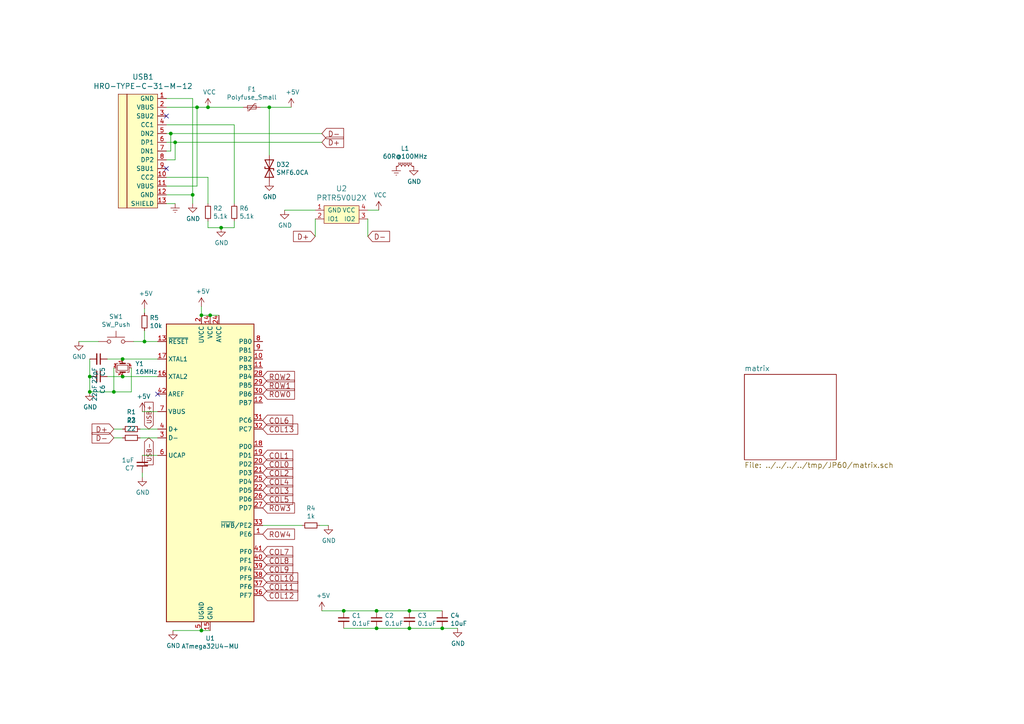
<source format=kicad_sch>
(kicad_sch (version 20230121) (generator eeschema)
  (paper "A4")
  (lib_symbols
    (symbol "Device:C_Small" (pin_numbers hide) (pin_names (offset 0.254) hide)
      (property "Reference" "C" (at 0.254 1.778 0))
      (property "Value" "C_Small" (at 0.254 -2.032 0))
      (symbol "C_Small_0_1"
        (polyline (pts (xy -1.524 -0.508) (xy 1.524 -0.508)) (stroke (width 0.3302)))
        (polyline (pts (xy -1.524 0.508) (xy 1.524 0.508)) (stroke (width 0.3048)))
      )
      (symbol "C_Small_1_1"
        (pin passive line (at 0 2.54 270) (length 2.032) (name "~") (number "1"))
        (pin passive line (at 0 -2.54 90) (length 2.032) (name "~") (number "2"))
      )
    )
    (symbol "Device:Crystal_GND24_Small" (pin_names (offset 1.016) hide)
      (property "Reference" "Y" (at 1.27 4.445 0))
      (property "Value" "Crystal_GND24_Small" (at 1.27 2.54 0))
      (symbol "Crystal_GND24_Small_0_1"
        (rectangle (start -0.762 -1.524) (end 0.762 1.524))
        (polyline (pts (xy -1.27 -0.762) (xy -1.27 0.762)) (stroke (width 0.381)))
        (polyline (pts (xy 1.27 -0.762) (xy 1.27 0.762)) (stroke (width 0.381)))
        (polyline (pts (xy -1.27 -1.27) (xy -1.27 -1.905) (xy 1.27 -1.905) (xy 1.27 -1.27)))
        (polyline (pts (xy -1.27 1.27) (xy -1.27 1.905) (xy 1.27 1.905) (xy 1.27 1.27)))
      )
      (symbol "Crystal_GND24_Small_1_1"
        (pin passive line (at -2.54 0 0) (length 1.27) (name "1") (number "1"))
        (pin passive line (at 0 -2.54 90) (length 0.635) (name "2") (number "2"))
        (pin passive line (at 2.54 0 180) (length 1.27) (name "3") (number "3"))
        (pin passive line (at 0 2.54 270) (length 0.635) (name "4") (number "4"))
      )
    )
    (symbol "Device:D_TVS" (pin_numbers hide) (pin_names (offset 1.016) hide)
      (property "Reference" "D" (at 0 2.54 0))
      (property "Value" "D_TVS" (at 0 -2.54 0))
      (symbol "D_TVS_0_1"
        (polyline (pts (xy 1.27 0) (xy -1.27 0)))
        (polyline (pts (xy 0.508 1.27) (xy 0 1.27) (xy 0 -1.27) (xy -0.508 -1.27)) (stroke (width 0.254)))
        (polyline (pts (xy -2.54 1.27) (xy -2.54 -1.27) (xy 2.54 1.27) (xy 2.54 -1.27) (xy -2.54 1.27)) (stroke (width 0.254)))
      )
      (symbol "D_TVS_1_1"
        (pin passive line (at -3.81 0 0) (length 2.54) (name "A1") (number "1"))
        (pin passive line (at 3.81 0 180) (length 2.54) (name "A2") (number "2"))
      )
    )
    (symbol "Device:Polyfuse_Small" (pin_numbers hide) (pin_names (offset 0))
      (property "Reference" "F" (at -1.905 0 90))
      (property "Value" "Polyfuse_Small" (at 1.905 0 90))
      (symbol "Polyfuse_Small_0_1"
        (rectangle (start -0.508 1.27) (end 0.508 -1.27))
        (polyline (pts (xy 0 2.54) (xy 0 -2.54)))
        (polyline (pts (xy -1.016 1.27) (xy -1.016 0.762) (xy 1.016 -0.762) (xy 1.016 -1.27)))
      )
      (symbol "Polyfuse_Small_1_1"
        (pin passive line (at 0 2.54 270) (length 0.635) (name "~") (number "1"))
        (pin passive line (at 0 -2.54 90) (length 0.635) (name "~") (number "2"))
      )
    )
    (symbol "Device:R_Small" (pin_numbers hide) (pin_names (offset 0.254) hide)
      (property "Reference" "R" (at 0.762 0.508 0))
      (property "Value" "R_Small" (at 0.762 -1.016 0))
      (symbol "R_Small_0_1"
        (rectangle (start -0.762 1.778) (end 0.762 -1.778) (stroke (width 0.2032)))
      )
      (symbol "R_Small_1_1"
        (pin passive line (at 0 2.54 270) (length 0.762) (name "~") (number "1"))
        (pin passive line (at 0 -2.54 90) (length 0.762) (name "~") (number "2"))
      )
    )
    (symbol "JP60-rescue:ATmega32U4-MU-MCU_Microchip_ATmega"
      (property "Reference" "U" (at -12.7 44.45 0))
      (property "Value" "MCU_Microchip_ATmega_ATmega32U4-MU" (at 2.54 -44.45 0))
      (symbol "ATmega32U4-MU-MCU_Microchip_ATmega_0_1"
        (rectangle (start -12.7 -43.18) (end 12.7 43.18) (stroke (width 0.254)) (fill (type background)))
      )
      (symbol "ATmega32U4-MU-MCU_Microchip_ATmega_1_1"
        (pin tri_state line (at 15.24 -17.78 180) (length 2.54) (name "PE6") (number "1"))
        (pin tri_state line (at 15.24 33.02 180) (length 2.54) (name "PB2") (number "10"))
        (pin tri_state line (at 15.24 30.48 180) (length 2.54) (name "PB3") (number "11"))
        (pin tri_state line (at 15.24 20.32 180) (length 2.54) (name "PB7") (number "12"))
        (pin input line (at -15.24 38.1 0) (length 2.54) (name "~{RESET}") (number "13"))
        (pin power_in line (at 0 45.72 270) (length 2.54) (name "VCC") (number "14"))
        (pin power_in line (at 0 -45.72 90) (length 2.54) (name "GND") (number "15"))
        (pin output line (at -15.24 27.94 0) (length 2.54) (name "XTAL2") (number "16"))
        (pin input line (at -15.24 33.02 0) (length 2.54) (name "XTAL1") (number "17"))
        (pin tri_state line (at 15.24 7.62 180) (length 2.54) (name "PD0") (number "18"))
        (pin tri_state line (at 15.24 5.08 180) (length 2.54) (name "PD1") (number "19"))
        (pin power_in line (at -2.54 45.72 270) (length 2.54) (name "UVCC") (number "2"))
        (pin tri_state line (at 15.24 2.54 180) (length 2.54) (name "PD2") (number "20"))
        (pin tri_state line (at 15.24 0 180) (length 2.54) (name "PD3") (number "21"))
        (pin tri_state line (at 15.24 -5.08 180) (length 2.54) (name "PD5") (number "22"))
        (pin passive line (at 0 -45.72 90) (length 2.54) hide (name "GND") (number "23"))
        (pin power_in line (at 2.54 45.72 270) (length 2.54) (name "AVCC") (number "24"))
        (pin tri_state line (at 15.24 -2.54 180) (length 2.54) (name "PD4") (number "25"))
        (pin tri_state line (at 15.24 -7.62 180) (length 2.54) (name "PD6") (number "26"))
        (pin tri_state line (at 15.24 -10.16 180) (length 2.54) (name "PD7") (number "27"))
        (pin tri_state line (at 15.24 27.94 180) (length 2.54) (name "PB4") (number "28"))
        (pin tri_state line (at 15.24 25.4 180) (length 2.54) (name "PB5") (number "29"))
        (pin bidirectional line (at -15.24 10.16 0) (length 2.54) (name "D-") (number "3"))
        (pin tri_state line (at 15.24 22.86 180) (length 2.54) (name "PB6") (number "30"))
        (pin tri_state line (at 15.24 15.24 180) (length 2.54) (name "PC6") (number "31"))
        (pin tri_state line (at 15.24 12.7 180) (length 2.54) (name "PC7") (number "32"))
        (pin tri_state line (at 15.24 -15.24 180) (length 2.54) (name "~{HWB}/PE2") (number "33"))
        (pin passive line (at 0 45.72 270) (length 2.54) hide (name "VCC") (number "34"))
        (pin passive line (at 0 -45.72 90) (length 2.54) hide (name "GND") (number "35"))
        (pin tri_state line (at 15.24 -35.56 180) (length 2.54) (name "PF7") (number "36"))
        (pin tri_state line (at 15.24 -33.02 180) (length 2.54) (name "PF6") (number "37"))
        (pin tri_state line (at 15.24 -30.48 180) (length 2.54) (name "PF5") (number "38"))
        (pin tri_state line (at 15.24 -27.94 180) (length 2.54) (name "PF4") (number "39"))
        (pin bidirectional line (at -15.24 12.7 0) (length 2.54) (name "D+") (number "4"))
        (pin tri_state line (at 15.24 -25.4 180) (length 2.54) (name "PF1") (number "40"))
        (pin tri_state line (at 15.24 -22.86 180) (length 2.54) (name "PF0") (number "41"))
        (pin passive line (at -15.24 22.86 0) (length 2.54) (name "AREF") (number "42"))
        (pin passive line (at 0 -45.72 90) (length 2.54) hide (name "GND") (number "43"))
        (pin passive line (at 2.54 45.72 270) (length 2.54) hide (name "AVCC") (number "44"))
        (pin passive line (at 0 -45.72 90) (length 2.54) hide (name "GND") (number "45"))
        (pin passive line (at -2.54 -45.72 90) (length 2.54) (name "UGND") (number "5"))
        (pin passive line (at -15.24 5.08 0) (length 2.54) (name "UCAP") (number "6"))
        (pin input line (at -15.24 17.78 0) (length 2.54) (name "VBUS") (number "7"))
        (pin tri_state line (at 15.24 38.1 180) (length 2.54) (name "PB0") (number "8"))
        (pin tri_state line (at 15.24 35.56 180) (length 2.54) (name "PB1") (number "9"))
      )
    )
    (symbol "JP60-rescue:HRO-TYPE-C-31-M-12-Type-C" (pin_names (offset 1.016))
      (property "Reference" "USB" (at -5.08 16.51 0))
      (property "Value" "Type-C_HRO-TYPE-C-31-M-12" (at -10.16 -1.27 90))
      (symbol "HRO-TYPE-C-31-M-12-Type-C_0_1"
        (rectangle (start -11.43 15.24) (end -8.89 -17.78) (fill (type background)))
        (rectangle (start 0 -17.78) (end -8.89 15.24) (fill (type background)))
      )
      (symbol "HRO-TYPE-C-31-M-12-Type-C_1_1"
        (pin input line (at 2.54 13.97 180) (length 2.54) (name "GND") (number "1"))
        (pin input line (at 2.54 -8.89 180) (length 2.54) (name "CC2") (number "10"))
        (pin input line (at 2.54 -11.43 180) (length 2.54) (name "VBUS") (number "11"))
        (pin input line (at 2.54 -13.97 180) (length 2.54) (name "GND") (number "12"))
        (pin input line (at 2.54 -16.51 180) (length 2.54) (name "SHIELD") (number "13"))
        (pin input line (at 2.54 11.43 180) (length 2.54) (name "VBUS") (number "2"))
        (pin input line (at 2.54 8.89 180) (length 2.54) (name "SBU2") (number "3"))
        (pin input line (at 2.54 6.35 180) (length 2.54) (name "CC1") (number "4"))
        (pin input line (at 2.54 3.81 180) (length 2.54) (name "DN2") (number "5"))
        (pin input line (at 2.54 1.27 180) (length 2.54) (name "DP1") (number "6"))
        (pin input line (at 2.54 -1.27 180) (length 2.54) (name "DN1") (number "7"))
        (pin input line (at 2.54 -3.81 180) (length 2.54) (name "DP2") (number "8"))
        (pin input line (at 2.54 -6.35 180) (length 2.54) (name "SBU1") (number "9"))
      )
    )
    (symbol "JP60-rescue:L_Core_Ferrite_Small-Device" (pin_numbers hide) (pin_names (offset 0.254) hide)
      (property "Reference" "L" (at 1.27 1.016 0))
      (property "Value" "Device_L_Core_Ferrite_Small" (at 1.27 -1.27 0))
      (symbol "L_Core_Ferrite_Small-Device_0_1"
        (arc (start 0 -2.032) (mid 0.5058 -1.524) (end 0 -1.016))
        (arc (start 0 -1.016) (mid 0.5058 -0.508) (end 0 0))
        (polyline (pts (xy 0.762 -1.905) (xy 0.762 -1.651)))
        (polyline (pts (xy 0.762 -1.397) (xy 0.762 -1.143)))
        (polyline (pts (xy 0.762 -0.889) (xy 0.762 -0.635)))
        (polyline (pts (xy 0.762 -0.381) (xy 0.762 -0.127)))
        (polyline (pts (xy 0.762 0.127) (xy 0.762 0.381)))
        (polyline (pts (xy 0.762 0.635) (xy 0.762 0.889)))
        (polyline (pts (xy 0.762 1.143) (xy 0.762 1.397)))
        (polyline (pts (xy 0.762 1.651) (xy 0.762 1.905)))
        (polyline (pts (xy 1.016 -1.651) (xy 1.016 -1.905)))
        (polyline (pts (xy 1.016 -1.143) (xy 1.016 -1.397)))
        (polyline (pts (xy 1.016 -0.635) (xy 1.016 -0.889)))
        (polyline (pts (xy 1.016 -0.127) (xy 1.016 -0.381)))
        (polyline (pts (xy 1.016 0.381) (xy 1.016 0.127)))
        (polyline (pts (xy 1.016 0.889) (xy 1.016 0.635)))
        (polyline (pts (xy 1.016 1.397) (xy 1.016 1.143)))
        (polyline (pts (xy 1.016 1.905) (xy 1.016 1.651)))
        (arc (start 0 0) (mid 0.5058 0.508) (end 0 1.016))
        (arc (start 0 1.016) (mid 0.5058 1.524) (end 0 2.032))
      )
      (symbol "L_Core_Ferrite_Small-Device_1_1"
        (pin passive line (at 0 2.54 270) (length 0.508) (name "~") (number "1"))
        (pin passive line (at 0 -2.54 90) (length 0.508) (name "~") (number "2"))
      )
    )
    (symbol "Switch:SW_Push" (pin_numbers hide) (pin_names (offset 1.016) hide)
      (property "Reference" "SW" (at 1.27 2.54 0))
      (property "Value" "SW_Push" (at 0 -1.524 0))
      (symbol "SW_Push_0_1"
        (circle (center -2.032 0) (radius 0.508))
        (polyline (pts (xy 0 1.27) (xy 0 3.048)))
        (polyline (pts (xy 2.54 1.27) (xy -2.54 1.27)))
        (circle (center 2.032 0) (radius 0.508))
        (pin passive line (at -5.08 0 0) (length 2.54) (name "1") (number "1"))
        (pin passive line (at 5.08 0 180) (length 2.54) (name "2") (number "2"))
      )
    )
    (symbol "ai03-locallib:PRTR5V0U2X" (pin_names (offset 1.016))
      (property "Reference" "U" (at 0 3.81 0))
      (property "Value" "PRTR5V0U2X" (at 0 -3.81 0))
      (symbol "PRTR5V0U2X_0_1"
        (rectangle (start -5.08 2.54) (end 5.08 -2.54) (fill (type background)))
      )
      (symbol "PRTR5V0U2X_1_1"
        (pin input line (at -7.62 1.27 0) (length 2.54) (name "GND") (number "1"))
        (pin input line (at -7.62 -1.27 0) (length 2.54) (name "IO1") (number "2"))
        (pin input line (at 7.62 -1.27 180) (length 2.54) (name "IO2") (number "3"))
        (pin input line (at 7.62 1.27 180) (length 2.54) (name "VCC") (number "4"))
      )
    )
    (symbol "power:+5V" (power) (pin_names (offset 0))
      (property "Value" "+5V" (at 0 3.556 0))
      (symbol "+5V_0_1"
        (polyline (pts (xy -0.762 1.27) (xy 0 2.54)))
        (polyline (pts (xy 0 0) (xy 0 2.54)))
        (polyline (pts (xy 0 2.54) (xy 0.762 1.27)))
      )
      (symbol "+5V_1_1"
        (pin power_in line (at 0 0 90) (length 0) hide (name "+5V") (number "1"))
      )
    )
    (symbol "power:Earth" (power) (pin_names (offset 0))
      (symbol "Earth_0_1"
        (polyline (pts (xy -0.635 -1.905) (xy 0.635 -1.905)))
        (polyline (pts (xy -0.127 -2.54) (xy 0.127 -2.54)))
        (polyline (pts (xy 0 -1.27) (xy 0 0)))
        (polyline (pts (xy 1.27 -1.27) (xy -1.27 -1.27)))
      )
      (symbol "Earth_1_1"
        (pin power_in line (at 0 0 270) (length 0) hide (name "Earth") (number "1"))
      )
    )
    (symbol "power:GND" (power) (pin_names (offset 0))
      (property "Value" "GND" (at 0 -3.81 0))
      (symbol "GND_0_1"
        (polyline (pts (xy 0 0) (xy 0 -1.27) (xy 1.27 -1.27) (xy 0 -2.54) (xy -1.27 -1.27) (xy 0 -1.27)))
      )
      (symbol "GND_1_1"
        (pin power_in line (at 0 0 270) (length 0) hide (name "GND") (number "1"))
      )
    )
    (symbol "power:VCC" (power) (pin_names (offset 0))
      (property "Value" "VCC" (at 0 3.81 0))
      (symbol "VCC_0_1"
        (polyline (pts (xy -0.762 1.27) (xy 0 2.54)))
        (polyline (pts (xy 0 0) (xy 0 2.54)))
        (polyline (pts (xy 0 2.54) (xy 0.762 1.27)))
      )
      (symbol "VCC_1_1"
        (pin power_in line (at 0 0 90) (length 0) hide (name "VCC") (number "1"))
      )
    )
  )
  (junction (at 41.91 99.06))
  (junction (at 57.15 31.115))
  (junction (at 49.53 38.735))
  (junction (at 50.8 41.275))
  (junction (at 60.96 91.44))
  (junction (at 35.56 109.22))
  (junction (at 118.745 182.245))
  (junction (at 78.105 31.115))
  (junction (at 118.745 177.165))
  (junction (at 33.02 113.665))
  (junction (at 128.27 182.245))
  (junction (at 99.695 177.165))
  (junction (at 26.035 109.22))
  (junction (at 55.88 56.515))
  (junction (at 60.325 31.115))
  (junction (at 109.22 177.165))
  (junction (at 35.56 104.14))
  (junction (at 26.035 113.665))
  (junction (at 58.42 91.44))
  (junction (at 58.42 182.88))
  (junction (at 64.135 66.04))
  (junction (at 109.22 182.245))
  (no_connect (at 48.26 48.895))
  (no_connect (at 45.72 114.3))
  (no_connect (at 48.26 33.655))
  (wire (pts (xy 63.5 91.44) (xy 60.96 91.44)))
  (wire (pts (xy 35.56 109.22) (xy 45.72 109.22)))
  (wire (pts (xy 55.88 59.055) (xy 55.88 56.515)))
  (wire (pts (xy 38.1 106.68) (xy 38.1 113.665)))
  (wire (pts (xy 50.8 46.355) (xy 50.8 41.275)))
  (wire (pts (xy 49.53 38.735) (xy 49.53 43.815)))
  (wire (pts (xy 33.02 124.46) (xy 35.56 124.46)))
  (wire (pts (xy 26.035 104.14) (xy 26.035 109.22)))
  (wire (pts (xy 87.63 152.4) (xy 76.2 152.4)))
  (wire (pts (xy 106.68 68.58) (xy 106.68 63.5)))
  (wire (pts (xy 41.91 99.06) (xy 45.72 99.06)))
  (wire (pts (xy 57.15 31.115) (xy 60.325 31.115)))
  (wire (pts (xy 58.42 91.44) (xy 60.96 91.44)))
  (wire (pts (xy 57.15 31.115) (xy 57.15 53.975)))
  (wire (pts (xy 50.165 182.88) (xy 58.42 182.88)))
  (wire (pts (xy 45.72 124.46) (xy 40.64 124.46)))
  (wire (pts (xy 75.565 31.115) (xy 78.105 31.115)))
  (wire (pts (xy 49.53 43.815) (xy 48.26 43.815)))
  (wire (pts (xy 50.8 41.275) (xy 48.26 41.275)))
  (wire (pts (xy 58.42 88.9) (xy 58.42 91.44)))
  (wire (pts (xy 48.26 38.735) (xy 49.53 38.735)))
  (wire (pts (xy 128.27 182.245) (xy 132.715 182.245)))
  (wire (pts (xy 48.26 46.355) (xy 50.8 46.355)))
  (wire (pts (xy 22.86 99.06) (xy 28.575 99.06)))
  (wire (pts (xy 109.22 182.245) (xy 118.745 182.245)))
  (wire (pts (xy 82.55 60.96) (xy 91.44 60.96)))
  (wire (pts (xy 26.035 109.22) (xy 26.035 113.665)))
  (wire (pts (xy 35.56 104.14) (xy 31.115 104.14)))
  (wire (pts (xy 45.72 104.14) (xy 35.56 104.14)))
  (wire (pts (xy 93.345 177.165) (xy 99.695 177.165)))
  (wire (pts (xy 95.25 152.4) (xy 92.71 152.4)))
  (wire (pts (xy 64.135 66.04) (xy 67.945 66.04)))
  (wire (pts (xy 33.02 113.665) (xy 33.02 106.68)))
  (wire (pts (xy 41.91 95.885) (xy 41.91 99.06)))
  (wire (pts (xy 60.325 51.435) (xy 48.26 51.435)))
  (wire (pts (xy 41.91 99.06) (xy 38.735 99.06)))
  (wire (pts (xy 50.8 59.055) (xy 48.26 59.055)))
  (wire (pts (xy 109.855 60.96) (xy 106.68 60.96)))
  (wire (pts (xy 99.695 182.245) (xy 109.22 182.245)))
  (wire (pts (xy 41.275 132.08) (xy 45.72 132.08)))
  (wire (pts (xy 67.945 36.195) (xy 48.26 36.195)))
  (wire (pts (xy 118.745 182.245) (xy 128.27 182.245)))
  (wire (pts (xy 78.105 45.085) (xy 78.105 31.115)))
  (wire (pts (xy 50.8 41.275) (xy 93.345 41.275)))
  (wire (pts (xy 40.64 127) (xy 45.72 127)))
  (wire (pts (xy 60.325 66.04) (xy 60.325 64.135)))
  (wire (pts (xy 26.035 113.665) (xy 33.02 113.665)))
  (wire (pts (xy 38.1 113.665) (xy 33.02 113.665)))
  (wire (pts (xy 31.115 109.22) (xy 35.56 109.22)))
  (wire (pts (xy 41.91 89.535) (xy 41.91 90.805)))
  (wire (pts (xy 60.96 182.88) (xy 58.42 182.88)))
  (wire (pts (xy 57.15 53.975) (xy 48.26 53.975)))
  (wire (pts (xy 60.325 59.055) (xy 60.325 51.435)))
  (wire (pts (xy 109.22 177.165) (xy 118.745 177.165)))
  (wire (pts (xy 99.695 177.165) (xy 109.22 177.165)))
  (wire (pts (xy 48.26 28.575) (xy 55.88 28.575)))
  (wire (pts (xy 55.88 28.575) (xy 55.88 56.515)))
  (wire (pts (xy 118.745 177.165) (xy 128.27 177.165)))
  (wire (pts (xy 78.105 31.115) (xy 84.455 31.115)))
  (wire (pts (xy 67.945 59.055) (xy 67.945 36.195)))
  (wire (pts (xy 33.02 127) (xy 35.56 127)))
  (wire (pts (xy 64.135 66.04) (xy 60.325 66.04)))
  (wire (pts (xy 48.26 31.115) (xy 57.15 31.115)))
  (wire (pts (xy 49.53 38.735) (xy 93.345 38.735)))
  (wire (pts (xy 41.275 138.43) (xy 41.275 137.16)))
  (wire (pts (xy 41.275 119.38) (xy 45.72 119.38)))
  (wire (pts (xy 60.325 31.115) (xy 70.485 31.115)))
  (wire (pts (xy 55.88 56.515) (xy 48.26 56.515)))
  (wire (pts (xy 91.44 68.58) (xy 91.44 63.5)))
  (wire (pts (xy 67.945 66.04) (xy 67.945 64.135)))
  (global_label "COL1" (shape input) (at 76.2 132.08 0) (effects (font (size 1.524 1.524))) (property "Intersheetrefs" "${INTERSHEET_REFS}" (effects hide)))
  (global_label "USB-" (shape input) (at 43.18 127 270) (property "Intersheetrefs" "${INTERSHEET_REFS}" (effects hide)))
  (global_label "COL7" (shape input) (at 76.2 160.02 0) (effects (font (size 1.524 1.524))) (property "Intersheetrefs" "${INTERSHEET_REFS}" (effects hide)))
  (global_label "COL8" (shape input) (at 76.2 162.56 0) (effects (font (size 1.524 1.524))) (property "Intersheetrefs" "${INTERSHEET_REFS}" (effects hide)))
  (global_label "USB+" (shape input) (at 43.18 124.46 90) (property "Intersheetrefs" "${INTERSHEET_REFS}" (effects hide)))
  (global_label "D+" (shape input) (at 91.44 68.58 180) (effects (font (size 1.524 1.524))) (property "Intersheetrefs" "${INTERSHEET_REFS}" (effects hide)))
  (global_label "COL2" (shape input) (at 76.2 137.16 0) (effects (font (size 1.524 1.524))) (property "Intersheetrefs" "${INTERSHEET_REFS}" (effects hide)))
  (global_label "D-" (shape input) (at 106.68 68.58 0) (effects (font (size 1.524 1.524))) (property "Intersheetrefs" "${INTERSHEET_REFS}" (effects hide)))
  (global_label "COL4" (shape input) (at 76.2 139.7 0) (effects (font (size 1.524 1.524))) (property "Intersheetrefs" "${INTERSHEET_REFS}" (effects hide)))
  (global_label "COL3" (shape input) (at 76.2 142.24 0) (effects (font (size 1.524 1.524))) (property "Intersheetrefs" "${INTERSHEET_REFS}" (effects hide)))
  (global_label "ROW1" (shape input) (at 76.2 111.76 0) (effects (font (size 1.524 1.524))) (property "Intersheetrefs" "${INTERSHEET_REFS}" (effects hide)))
  (global_label "COL11" (shape input) (at 76.2 170.18 0) (effects (font (size 1.524 1.524))) (property "Intersheetrefs" "${INTERSHEET_REFS}" (effects hide)))
  (global_label "COL5" (shape input) (at 76.2 144.78 0) (effects (font (size 1.524 1.524))) (property "Intersheetrefs" "${INTERSHEET_REFS}" (effects hide)))
  (global_label "COL10" (shape input) (at 76.2 167.64 0) (effects (font (size 1.524 1.524))) (property "Intersheetrefs" "${INTERSHEET_REFS}" (effects hide)))
  (global_label "COL6" (shape input) (at 76.2 121.92 0) (effects (font (size 1.524 1.524))) (property "Intersheetrefs" "${INTERSHEET_REFS}" (effects hide)))
  (global_label "D-" (shape input) (at 93.345 38.735 0) (effects (font (size 1.524 1.524))) (property "Intersheetrefs" "${INTERSHEET_REFS}" (effects hide)))
  (global_label "ROW2" (shape input) (at 76.2 109.22 0) (effects (font (size 1.524 1.524))) (property "Intersheetrefs" "${INTERSHEET_REFS}" (effects hide)))
  (global_label "D+" (shape input) (at 93.345 41.275 0) (effects (font (size 1.524 1.524))) (property "Intersheetrefs" "${INTERSHEET_REFS}" (effects hide)))
  (global_label "D+" (shape input) (at 33.02 124.46 180) (effects (font (size 1.524 1.524))) (property "Intersheetrefs" "${INTERSHEET_REFS}" (effects hide)))
  (global_label "ROW4" (shape input) (at 76.2 154.94 0) (effects (font (size 1.524 1.524))) (property "Intersheetrefs" "${INTERSHEET_REFS}" (effects hide)))
  (global_label "COL0" (shape input) (at 76.2 134.62 0) (effects (font (size 1.524 1.524))) (property "Intersheetrefs" "${INTERSHEET_REFS}" (effects hide)))
  (global_label "D-" (shape input) (at 33.02 127 180) (effects (font (size 1.524 1.524))) (property "Intersheetrefs" "${INTERSHEET_REFS}" (effects hide)))
  (global_label "COL12" (shape input) (at 76.2 172.72 0) (effects (font (size 1.524 1.524))) (property "Intersheetrefs" "${INTERSHEET_REFS}" (effects hide)))
  (global_label "COL13" (shape input) (at 76.2 124.46 0) (effects (font (size 1.524 1.524))) (property "Intersheetrefs" "${INTERSHEET_REFS}" (effects hide)))
  (global_label "COL9" (shape input) (at 76.2 165.1 0) (effects (font (size 1.524 1.524))) (property "Intersheetrefs" "${INTERSHEET_REFS}" (effects hide)))
  (global_label "ROW0" (shape input) (at 76.2 114.3 0) (effects (font (size 1.524 1.524))) (property "Intersheetrefs" "${INTERSHEET_REFS}" (effects hide)))
  (global_label "ROW3" (shape input) (at 76.2 147.32 0) (effects (font (size 1.524 1.524))) (property "Intersheetrefs" "${INTERSHEET_REFS}" (effects hide)))
  (symbol (lib_id "Device:C_Small") (at 99.695 179.705 0) (unit 1)
    (property "Reference" "C1" (at 102.0318 178.5366 0) (effects (justify left)))
    (property "Value" "0.1uF" (at 102.0318 180.848 0) (effects (justify left)))
    (property "Footprint" "Capacitor_SMD:C_0603_1608Metric" (effects hide))
  )
  (symbol (lib_id "power:+5V") (at 84.455 31.115 0) (unit 1)
    (property "Reference" "#PWR0103" (effects hide))
    (property "Value" "+5V" (at 84.836 26.7208 0))
  )
  (symbol (lib_id "Device:C_Small") (at 109.22 179.705 0) (unit 1)
    (property "Reference" "C2" (at 111.5568 178.5366 0) (effects (justify left)))
    (property "Value" "0.1uF" (at 111.5568 180.848 0) (effects (justify left)))
    (property "Footprint" "Capacitor_SMD:C_0603_1608Metric" (effects hide))
  )
  (symbol (lib_id "Device:C_Small") (at 118.745 179.705 0) (unit 1)
    (property "Reference" "C3" (at 121.0818 178.5366 0) (effects (justify left)))
    (property "Value" "0.1uF" (at 121.0818 180.848 0) (effects (justify left)))
    (property "Footprint" "Capacitor_SMD:C_0603_1608Metric" (effects hide))
  )
  (symbol (lib_id "Device:C_Small") (at 128.27 179.705 0) (unit 1)
    (property "Reference" "C4" (at 130.6068 178.5366 0) (effects (justify left)))
    (property "Value" "10uF" (at 130.6068 180.848 0) (effects (justify left)))
    (property "Footprint" "Capacitor_SMD:C_0603_1608Metric" (effects hide))
  )
  (symbol (lib_id "power:GND") (at 132.715 182.245 0) (unit 1)
    (property "Reference" "#PWR0101" (effects hide))
    (property "Value" "GND" (at 132.842 186.6392 0))
  )
  (symbol (lib_id "Device:Crystal_GND24_Small") (at 35.56 106.68 270) (unit 1)
    (property "Reference" "Y1" (at 39.2176 105.5116 90) (effects (justify left)))
    (property "Value" "16MHz" (at 39.2176 107.823 90) (effects (justify left)))
    (property "Footprint" "Crystal:Crystal_SMD_3225-4Pin_3.2x2.5mm" (effects hide))
  )
  (symbol (lib_id "Device:C_Small") (at 28.575 104.14 270) (unit 1)
    (property "Reference" "C5" (at 29.7434 106.4768 0) (effects (justify left)))
    (property "Value" "22pF" (at 27.432 106.4768 0) (effects (justify left)))
    (property "Footprint" "Capacitor_SMD:C_0603_1608Metric" (effects hide))
  )
  (symbol (lib_id "Device:C_Small") (at 28.575 109.22 270) (unit 1)
    (property "Reference" "C6" (at 29.7434 111.5568 0) (effects (justify left)))
    (property "Value" "22pF" (at 27.432 111.5568 0) (effects (justify left)))
    (property "Footprint" "Capacitor_SMD:C_0603_1608Metric" (effects hide))
  )
  (symbol (lib_id "power:GND") (at 26.035 113.665 0) (unit 1)
    (property "Reference" "#PWR0102" (effects hide))
    (property "Value" "GND" (at 26.162 118.0592 0))
  )
  (symbol (lib_id "power:+5V") (at 41.275 119.38 0) (unit 1)
    (property "Reference" "#PWR0105" (effects hide))
    (property "Value" "+5V" (at 41.656 114.9858 0))
  )
  (symbol (lib_id "Device:R_Small") (at 38.1 124.46 270) (unit 1)
    (property "Reference" "R1" (at 38.1 119.4816 90))
    (property "Value" "22" (at 38.1 121.793 90))
    (property "Footprint" "Resistor_SMD:R_0603_1608Metric" (effects hide))
  )
  (symbol (lib_id "Device:R_Small") (at 38.1 127 270) (unit 1)
    (property "Reference" "R3" (at 38.1 122.0216 90))
    (property "Value" "22" (at 38.1 124.333 90))
    (property "Footprint" "Resistor_SMD:R_0603_1608Metric" (effects hide))
  )
  (symbol (lib_id "Device:C_Small") (at 41.275 134.62 180) (unit 1)
    (property "Reference" "C7" (at 38.9382 135.7884 0) (effects (justify left)))
    (property "Value" "1uF" (at 38.9382 133.477 0) (effects (justify left)))
    (property "Footprint" "Capacitor_SMD:C_0603_1608Metric" (effects hide))
  )
  (symbol (lib_id "power:GND") (at 41.275 138.43 0) (unit 1)
    (property "Reference" "#PWR0106" (effects hide))
    (property "Value" "GND" (at 41.402 142.8242 0))
  )
  (symbol (lib_id "power:GND") (at 50.165 182.88 0) (unit 1)
    (property "Reference" "#PWR0108" (effects hide))
    (property "Value" "GND" (at 50.292 187.2742 0))
  )
  (symbol (lib_id "power:+5V") (at 58.42 88.9 0) (unit 1)
    (property "Reference" "#PWR0109" (effects hide))
    (property "Value" "+5V" (at 58.801 84.5058 0))
  )
  (symbol (lib_id "Device:R_Small") (at 90.17 152.4 270) (unit 1)
    (property "Reference" "R4" (at 90.17 147.4216 90))
    (property "Value" "1k" (at 90.17 149.733 90))
    (property "Footprint" "Resistor_SMD:R_0603_1608Metric" (effects hide))
  )
  (symbol (lib_id "power:GND") (at 95.25 152.4 0) (unit 1)
    (property "Reference" "#PWR0110" (effects hide))
    (property "Value" "GND" (at 95.377 156.7942 0))
  )
  (symbol (lib_id "power:+5V") (at 93.345 177.165 0) (unit 1)
    (property "Reference" "#PWR0111" (effects hide))
    (property "Value" "+5V" (at 93.726 172.7708 0))
  )
  (symbol (lib_id "JP60-rescue:ATmega32U4-MU-MCU_Microchip_ATmega") (at 60.96 137.16 0) (unit 1)
    (property "Reference" "U1" (at 60.96 185.1406 0))
    (property "Value" "ATmega32U4-MU" (at 60.96 187.452 0))
    (property "Footprint" "Package_DFN_QFN:QFN-44-1EP_7x7mm_P0.5mm_EP5.2x5.2mm" (effects hide))
    (property "Datasheet" "http://ww1.microchip.com/downloads/en/DeviceDoc/Atmel-7766-8-bit-AVR-ATmega16U4-32U4_Datasheet.pdf" (effects hide))
  )
  (symbol (lib_id "Switch:SW_Push") (at 33.655 99.06 0) (unit 1)
    (property "Reference" "SW1" (at 33.655 91.821 0))
    (property "Value" "SW_Push" (at 33.655 94.1324 0))
    (property "Footprint" "Button_Switch_SMD:SW_SPST_TL3342" (effects hide))
  )
  (symbol (lib_id "Device:R_Small") (at 41.91 93.345 180) (unit 1)
    (property "Reference" "R5" (at 43.4086 92.1766 0) (effects (justify right)))
    (property "Value" "10k" (at 43.4086 94.488 0) (effects (justify right)))
    (property "Footprint" "Resistor_SMD:R_0603_1608Metric" (effects hide))
  )
  (symbol (lib_id "power:+5V") (at 41.91 89.535 0) (unit 1)
    (property "Reference" "#PWR0107" (effects hide))
    (property "Value" "+5V" (at 42.291 85.1408 0))
  )
  (symbol (lib_id "power:GND") (at 22.86 99.06 0) (unit 1)
    (property "Reference" "#PWR0112" (effects hide))
    (property "Value" "GND" (at 22.987 103.4542 0))
  )
  (symbol (lib_id "JP60-rescue:HRO-TYPE-C-31-M-12-Type-C") (at 45.72 42.545 0) (unit 1)
    (property "Reference" "USB1" (at 41.4782 22.3012 0) (effects (font (size 1.524 1.524))))
    (property "Value" "HRO-TYPE-C-31-M-12" (at 41.4782 24.9936 0) (effects (font (size 1.524 1.524))))
    (property "Footprint" "Type-C:HRO-TYPE-C-31-M-12-Assembly" (effects hide))
  )
  (symbol (lib_id "ai03-locallib:PRTR5V0U2X") (at 99.06 62.23 0) (unit 1)
    (property "Reference" "U2" (at 99.06 54.6862 0) (effects (font (size 1.524 1.524))))
    (property "Value" "PRTR5V0U2X" (at 99.06 57.3786 0) (effects (font (size 1.524 1.524))))
    (property "Footprint" "random-keyboard-parts:SOT143B" (effects hide))
  )
  (symbol (lib_id "power:Earth") (at 50.8 59.055 0) (unit 1)
    (property "Reference" "#PWR0104" (effects hide))
    (property "Value" "Earth" (effects hide))
  )
  (symbol (lib_id "power:GND") (at 55.88 59.055 0) (unit 1)
    (property "Reference" "#PWR0113" (effects hide))
    (property "Value" "GND" (at 56.007 63.4492 0))
  )
  (symbol (lib_id "Device:Polyfuse_Small") (at 73.025 31.115 270) (unit 1)
    (property "Reference" "F1" (at 73.025 25.908 90))
    (property "Value" "Polyfuse_Small" (at 73.025 28.2194 90))
    (property "Footprint" "Fuse:Fuse_1206_3216Metric" (effects hide))
  )
  (symbol (lib_id "power:VCC") (at 60.325 31.115 0) (unit 1)
    (property "Reference" "#PWR0114" (effects hide))
    (property "Value" "VCC" (at 60.7568 26.7208 0))
  )
  (symbol (lib_id "Device:R_Small") (at 60.325 61.595 180) (unit 1)
    (property "Reference" "R2" (at 61.8236 60.4266 0) (effects (justify right)))
    (property "Value" "5.1k" (at 61.8236 62.738 0) (effects (justify right)))
    (property "Footprint" "Resistor_SMD:R_0603_1608Metric" (effects hide))
  )
  (symbol (lib_id "Device:R_Small") (at 67.945 61.595 180) (unit 1)
    (property "Reference" "R6" (at 69.4436 60.4266 0) (effects (justify right)))
    (property "Value" "5.1k" (at 69.4436 62.738 0) (effects (justify right)))
    (property "Footprint" "Resistor_SMD:R_0603_1608Metric" (effects hide))
  )
  (symbol (lib_id "Device:D_TVS") (at 78.105 48.895 90) (unit 1)
    (property "Reference" "D32" (at 80.1116 47.7266 90) (effects (justify right)))
    (property "Value" "SMF6.0CA" (at 80.1116 50.038 90) (effects (justify right)))
    (property "Footprint" "Diode_SMD:D_SOD-123" (effects hide))
  )
  (symbol (lib_id "power:GND") (at 64.135 66.04 0) (unit 1)
    (property "Reference" "#PWR0115" (effects hide))
    (property "Value" "GND" (at 64.262 70.4342 0))
  )
  (symbol (lib_id "power:GND") (at 78.105 52.705 0) (unit 1)
    (property "Reference" "#PWR0120" (effects hide))
    (property "Value" "GND" (at 78.232 57.0992 0))
  )
  (symbol (lib_id "power:GND") (at 82.55 60.96 0) (unit 1)
    (property "Reference" "#PWR0116" (effects hide))
    (property "Value" "GND" (at 82.677 65.3542 0))
  )
  (symbol (lib_id "power:VCC") (at 109.855 60.96 0) (unit 1)
    (property "Reference" "#PWR0117" (effects hide))
    (property "Value" "VCC" (at 110.2868 56.5658 0))
  )
  (symbol (lib_id "JP60-rescue:L_Core_Ferrite_Small-Device") (at 117.475 48.26 90) (unit 1)
    (property "Reference" "L1" (at 117.475 43.053 90))
    (property "Value" "60R@100MHz" (at 117.475 45.3644 90))
    (property "Footprint" "Inductor_SMD:L_1206_3216Metric" (effects hide))
  )
  (symbol (lib_id "power:Earth") (at 114.935 48.26 0) (unit 1)
    (property "Reference" "#PWR0118" (effects hide))
    (property "Value" "Earth" (effects hide))
  )
  (symbol (lib_id "power:GND") (at 120.015 48.26 0) (unit 1)
    (property "Reference" "#PWR0119" (effects hide))
    (property "Value" "GND" (at 120.142 52.6542 0))
  )
  (sheet (at 215.9 108.585) (size 26.67 24.765)
    (property "Sheetname" "matrix" (at 215.9 107.7464 0) (effects (font (size 1.524 1.524)) (justify left bottom)))
    (property "Sheetfile" "../../../../tmp/JP60/matrix.sch" (at 215.9 134.0362 0) (effects (font (size 1.524 1.524)) (justify left top)))
  )
)
</source>
